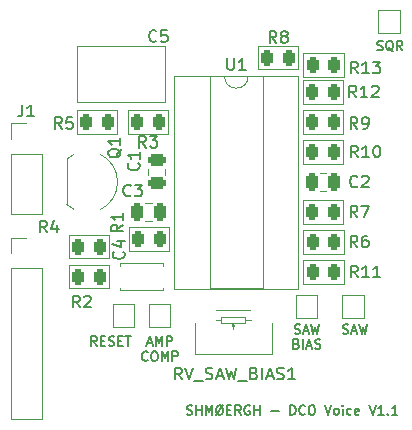
<source format=gto>
G04 #@! TF.GenerationSoftware,KiCad,Pcbnew,7.0.6-0*
G04 #@! TF.CreationDate,2023-08-18T21:45:25+02:00*
G04 #@! TF.ProjectId,shmoergh-funk-live-voice,73686d6f-6572-4676-982d-66756e6b2d6c,rev?*
G04 #@! TF.SameCoordinates,Original*
G04 #@! TF.FileFunction,Legend,Top*
G04 #@! TF.FilePolarity,Positive*
%FSLAX46Y46*%
G04 Gerber Fmt 4.6, Leading zero omitted, Abs format (unit mm)*
G04 Created by KiCad (PCBNEW 7.0.6-0) date 2023-08-18 21:45:25*
%MOMM*%
%LPD*%
G01*
G04 APERTURE LIST*
G04 Aperture macros list*
%AMRoundRect*
0 Rectangle with rounded corners*
0 $1 Rounding radius*
0 $2 $3 $4 $5 $6 $7 $8 $9 X,Y pos of 4 corners*
0 Add a 4 corners polygon primitive as box body*
4,1,4,$2,$3,$4,$5,$6,$7,$8,$9,$2,$3,0*
0 Add four circle primitives for the rounded corners*
1,1,$1+$1,$2,$3*
1,1,$1+$1,$4,$5*
1,1,$1+$1,$6,$7*
1,1,$1+$1,$8,$9*
0 Add four rect primitives between the rounded corners*
20,1,$1+$1,$2,$3,$4,$5,0*
20,1,$1+$1,$4,$5,$6,$7,0*
20,1,$1+$1,$6,$7,$8,$9,0*
20,1,$1+$1,$8,$9,$2,$3,0*%
G04 Aperture macros list end*
%ADD10C,0.150000*%
%ADD11C,0.120000*%
%ADD12C,1.400000*%
%ADD13RoundRect,0.250000X-0.262500X-0.450000X0.262500X-0.450000X0.262500X0.450000X-0.262500X0.450000X0*%
%ADD14C,1.620000*%
%ADD15R,1.500000X1.500000*%
%ADD16C,1.500000*%
%ADD17RoundRect,0.250000X0.262500X0.450000X-0.262500X0.450000X-0.262500X-0.450000X0.262500X-0.450000X0*%
%ADD18RoundRect,0.250000X0.250000X0.475000X-0.250000X0.475000X-0.250000X-0.475000X0.250000X-0.475000X0*%
%ADD19C,1.600000*%
%ADD20R,2.400000X1.600000*%
%ADD21O,2.400000X1.600000*%
%ADD22R,1.700000X1.700000*%
%ADD23O,1.700000X1.700000*%
%ADD24RoundRect,0.250000X0.475000X-0.250000X0.475000X0.250000X-0.475000X0.250000X-0.475000X-0.250000X0*%
G04 APERTURE END LIST*
D10*
X137128380Y-110203723D02*
X137509333Y-110203723D01*
X137052190Y-110432295D02*
X137318857Y-109632295D01*
X137318857Y-109632295D02*
X137585523Y-110432295D01*
X137852190Y-110432295D02*
X137852190Y-109632295D01*
X137852190Y-109632295D02*
X138118856Y-110203723D01*
X138118856Y-110203723D02*
X138385523Y-109632295D01*
X138385523Y-109632295D02*
X138385523Y-110432295D01*
X138766476Y-110432295D02*
X138766476Y-109632295D01*
X138766476Y-109632295D02*
X139071238Y-109632295D01*
X139071238Y-109632295D02*
X139147428Y-109670390D01*
X139147428Y-109670390D02*
X139185523Y-109708485D01*
X139185523Y-109708485D02*
X139223619Y-109784676D01*
X139223619Y-109784676D02*
X139223619Y-109898961D01*
X139223619Y-109898961D02*
X139185523Y-109975152D01*
X139185523Y-109975152D02*
X139147428Y-110013247D01*
X139147428Y-110013247D02*
X139071238Y-110051342D01*
X139071238Y-110051342D02*
X138766476Y-110051342D01*
X137147429Y-111644104D02*
X137109333Y-111682200D01*
X137109333Y-111682200D02*
X136995048Y-111720295D01*
X136995048Y-111720295D02*
X136918857Y-111720295D01*
X136918857Y-111720295D02*
X136804571Y-111682200D01*
X136804571Y-111682200D02*
X136728381Y-111606009D01*
X136728381Y-111606009D02*
X136690286Y-111529819D01*
X136690286Y-111529819D02*
X136652190Y-111377438D01*
X136652190Y-111377438D02*
X136652190Y-111263152D01*
X136652190Y-111263152D02*
X136690286Y-111110771D01*
X136690286Y-111110771D02*
X136728381Y-111034580D01*
X136728381Y-111034580D02*
X136804571Y-110958390D01*
X136804571Y-110958390D02*
X136918857Y-110920295D01*
X136918857Y-110920295D02*
X136995048Y-110920295D01*
X136995048Y-110920295D02*
X137109333Y-110958390D01*
X137109333Y-110958390D02*
X137147429Y-110996485D01*
X137642667Y-110920295D02*
X137795048Y-110920295D01*
X137795048Y-110920295D02*
X137871238Y-110958390D01*
X137871238Y-110958390D02*
X137947429Y-111034580D01*
X137947429Y-111034580D02*
X137985524Y-111186961D01*
X137985524Y-111186961D02*
X137985524Y-111453628D01*
X137985524Y-111453628D02*
X137947429Y-111606009D01*
X137947429Y-111606009D02*
X137871238Y-111682200D01*
X137871238Y-111682200D02*
X137795048Y-111720295D01*
X137795048Y-111720295D02*
X137642667Y-111720295D01*
X137642667Y-111720295D02*
X137566476Y-111682200D01*
X137566476Y-111682200D02*
X137490286Y-111606009D01*
X137490286Y-111606009D02*
X137452190Y-111453628D01*
X137452190Y-111453628D02*
X137452190Y-111186961D01*
X137452190Y-111186961D02*
X137490286Y-111034580D01*
X137490286Y-111034580D02*
X137566476Y-110958390D01*
X137566476Y-110958390D02*
X137642667Y-110920295D01*
X138328381Y-111720295D02*
X138328381Y-110920295D01*
X138328381Y-110920295D02*
X138595047Y-111491723D01*
X138595047Y-111491723D02*
X138861714Y-110920295D01*
X138861714Y-110920295D02*
X138861714Y-111720295D01*
X139242667Y-111720295D02*
X139242667Y-110920295D01*
X139242667Y-110920295D02*
X139547429Y-110920295D01*
X139547429Y-110920295D02*
X139623619Y-110958390D01*
X139623619Y-110958390D02*
X139661714Y-110996485D01*
X139661714Y-110996485D02*
X139699810Y-111072676D01*
X139699810Y-111072676D02*
X139699810Y-111186961D01*
X139699810Y-111186961D02*
X139661714Y-111263152D01*
X139661714Y-111263152D02*
X139623619Y-111301247D01*
X139623619Y-111301247D02*
X139547429Y-111339342D01*
X139547429Y-111339342D02*
X139242667Y-111339342D01*
X132826303Y-110450295D02*
X132559636Y-110069342D01*
X132369160Y-110450295D02*
X132369160Y-109650295D01*
X132369160Y-109650295D02*
X132673922Y-109650295D01*
X132673922Y-109650295D02*
X132750112Y-109688390D01*
X132750112Y-109688390D02*
X132788207Y-109726485D01*
X132788207Y-109726485D02*
X132826303Y-109802676D01*
X132826303Y-109802676D02*
X132826303Y-109916961D01*
X132826303Y-109916961D02*
X132788207Y-109993152D01*
X132788207Y-109993152D02*
X132750112Y-110031247D01*
X132750112Y-110031247D02*
X132673922Y-110069342D01*
X132673922Y-110069342D02*
X132369160Y-110069342D01*
X133169160Y-110031247D02*
X133435826Y-110031247D01*
X133550112Y-110450295D02*
X133169160Y-110450295D01*
X133169160Y-110450295D02*
X133169160Y-109650295D01*
X133169160Y-109650295D02*
X133550112Y-109650295D01*
X133854874Y-110412200D02*
X133969160Y-110450295D01*
X133969160Y-110450295D02*
X134159636Y-110450295D01*
X134159636Y-110450295D02*
X134235827Y-110412200D01*
X134235827Y-110412200D02*
X134273922Y-110374104D01*
X134273922Y-110374104D02*
X134312017Y-110297914D01*
X134312017Y-110297914D02*
X134312017Y-110221723D01*
X134312017Y-110221723D02*
X134273922Y-110145533D01*
X134273922Y-110145533D02*
X134235827Y-110107438D01*
X134235827Y-110107438D02*
X134159636Y-110069342D01*
X134159636Y-110069342D02*
X134007255Y-110031247D01*
X134007255Y-110031247D02*
X133931065Y-109993152D01*
X133931065Y-109993152D02*
X133892970Y-109955057D01*
X133892970Y-109955057D02*
X133854874Y-109878866D01*
X133854874Y-109878866D02*
X133854874Y-109802676D01*
X133854874Y-109802676D02*
X133892970Y-109726485D01*
X133892970Y-109726485D02*
X133931065Y-109688390D01*
X133931065Y-109688390D02*
X134007255Y-109650295D01*
X134007255Y-109650295D02*
X134197732Y-109650295D01*
X134197732Y-109650295D02*
X134312017Y-109688390D01*
X134654875Y-110031247D02*
X134921541Y-110031247D01*
X135035827Y-110450295D02*
X134654875Y-110450295D01*
X134654875Y-110450295D02*
X134654875Y-109650295D01*
X134654875Y-109650295D02*
X135035827Y-109650295D01*
X135264399Y-109650295D02*
X135721542Y-109650295D01*
X135492970Y-110450295D02*
X135492970Y-109650295D01*
X149593428Y-109378200D02*
X149707714Y-109416295D01*
X149707714Y-109416295D02*
X149898190Y-109416295D01*
X149898190Y-109416295D02*
X149974381Y-109378200D01*
X149974381Y-109378200D02*
X150012476Y-109340104D01*
X150012476Y-109340104D02*
X150050571Y-109263914D01*
X150050571Y-109263914D02*
X150050571Y-109187723D01*
X150050571Y-109187723D02*
X150012476Y-109111533D01*
X150012476Y-109111533D02*
X149974381Y-109073438D01*
X149974381Y-109073438D02*
X149898190Y-109035342D01*
X149898190Y-109035342D02*
X149745809Y-108997247D01*
X149745809Y-108997247D02*
X149669619Y-108959152D01*
X149669619Y-108959152D02*
X149631524Y-108921057D01*
X149631524Y-108921057D02*
X149593428Y-108844866D01*
X149593428Y-108844866D02*
X149593428Y-108768676D01*
X149593428Y-108768676D02*
X149631524Y-108692485D01*
X149631524Y-108692485D02*
X149669619Y-108654390D01*
X149669619Y-108654390D02*
X149745809Y-108616295D01*
X149745809Y-108616295D02*
X149936286Y-108616295D01*
X149936286Y-108616295D02*
X150050571Y-108654390D01*
X150355333Y-109187723D02*
X150736286Y-109187723D01*
X150279143Y-109416295D02*
X150545810Y-108616295D01*
X150545810Y-108616295D02*
X150812476Y-109416295D01*
X151002952Y-108616295D02*
X151193428Y-109416295D01*
X151193428Y-109416295D02*
X151345809Y-108844866D01*
X151345809Y-108844866D02*
X151498190Y-109416295D01*
X151498190Y-109416295D02*
X151688667Y-108616295D01*
X149764857Y-110285247D02*
X149879143Y-110323342D01*
X149879143Y-110323342D02*
X149917238Y-110361438D01*
X149917238Y-110361438D02*
X149955334Y-110437628D01*
X149955334Y-110437628D02*
X149955334Y-110551914D01*
X149955334Y-110551914D02*
X149917238Y-110628104D01*
X149917238Y-110628104D02*
X149879143Y-110666200D01*
X149879143Y-110666200D02*
X149802953Y-110704295D01*
X149802953Y-110704295D02*
X149498191Y-110704295D01*
X149498191Y-110704295D02*
X149498191Y-109904295D01*
X149498191Y-109904295D02*
X149764857Y-109904295D01*
X149764857Y-109904295D02*
X149841048Y-109942390D01*
X149841048Y-109942390D02*
X149879143Y-109980485D01*
X149879143Y-109980485D02*
X149917238Y-110056676D01*
X149917238Y-110056676D02*
X149917238Y-110132866D01*
X149917238Y-110132866D02*
X149879143Y-110209057D01*
X149879143Y-110209057D02*
X149841048Y-110247152D01*
X149841048Y-110247152D02*
X149764857Y-110285247D01*
X149764857Y-110285247D02*
X149498191Y-110285247D01*
X150298191Y-110704295D02*
X150298191Y-109904295D01*
X150641047Y-110475723D02*
X151022000Y-110475723D01*
X150564857Y-110704295D02*
X150831524Y-109904295D01*
X150831524Y-109904295D02*
X151098190Y-110704295D01*
X151326761Y-110666200D02*
X151441047Y-110704295D01*
X151441047Y-110704295D02*
X151631523Y-110704295D01*
X151631523Y-110704295D02*
X151707714Y-110666200D01*
X151707714Y-110666200D02*
X151745809Y-110628104D01*
X151745809Y-110628104D02*
X151783904Y-110551914D01*
X151783904Y-110551914D02*
X151783904Y-110475723D01*
X151783904Y-110475723D02*
X151745809Y-110399533D01*
X151745809Y-110399533D02*
X151707714Y-110361438D01*
X151707714Y-110361438D02*
X151631523Y-110323342D01*
X151631523Y-110323342D02*
X151479142Y-110285247D01*
X151479142Y-110285247D02*
X151402952Y-110247152D01*
X151402952Y-110247152D02*
X151364857Y-110209057D01*
X151364857Y-110209057D02*
X151326761Y-110132866D01*
X151326761Y-110132866D02*
X151326761Y-110056676D01*
X151326761Y-110056676D02*
X151364857Y-109980485D01*
X151364857Y-109980485D02*
X151402952Y-109942390D01*
X151402952Y-109942390D02*
X151479142Y-109904295D01*
X151479142Y-109904295D02*
X151669619Y-109904295D01*
X151669619Y-109904295D02*
X151783904Y-109942390D01*
X153667064Y-109396200D02*
X153781350Y-109434295D01*
X153781350Y-109434295D02*
X153971826Y-109434295D01*
X153971826Y-109434295D02*
X154048017Y-109396200D01*
X154048017Y-109396200D02*
X154086112Y-109358104D01*
X154086112Y-109358104D02*
X154124207Y-109281914D01*
X154124207Y-109281914D02*
X154124207Y-109205723D01*
X154124207Y-109205723D02*
X154086112Y-109129533D01*
X154086112Y-109129533D02*
X154048017Y-109091438D01*
X154048017Y-109091438D02*
X153971826Y-109053342D01*
X153971826Y-109053342D02*
X153819445Y-109015247D01*
X153819445Y-109015247D02*
X153743255Y-108977152D01*
X153743255Y-108977152D02*
X153705160Y-108939057D01*
X153705160Y-108939057D02*
X153667064Y-108862866D01*
X153667064Y-108862866D02*
X153667064Y-108786676D01*
X153667064Y-108786676D02*
X153705160Y-108710485D01*
X153705160Y-108710485D02*
X153743255Y-108672390D01*
X153743255Y-108672390D02*
X153819445Y-108634295D01*
X153819445Y-108634295D02*
X154009922Y-108634295D01*
X154009922Y-108634295D02*
X154124207Y-108672390D01*
X154428969Y-109205723D02*
X154809922Y-109205723D01*
X154352779Y-109434295D02*
X154619446Y-108634295D01*
X154619446Y-108634295D02*
X154886112Y-109434295D01*
X155076588Y-108634295D02*
X155267064Y-109434295D01*
X155267064Y-109434295D02*
X155419445Y-108862866D01*
X155419445Y-108862866D02*
X155571826Y-109434295D01*
X155571826Y-109434295D02*
X155762303Y-108634295D01*
X156588064Y-85393200D02*
X156702350Y-85431295D01*
X156702350Y-85431295D02*
X156892826Y-85431295D01*
X156892826Y-85431295D02*
X156969017Y-85393200D01*
X156969017Y-85393200D02*
X157007112Y-85355104D01*
X157007112Y-85355104D02*
X157045207Y-85278914D01*
X157045207Y-85278914D02*
X157045207Y-85202723D01*
X157045207Y-85202723D02*
X157007112Y-85126533D01*
X157007112Y-85126533D02*
X156969017Y-85088438D01*
X156969017Y-85088438D02*
X156892826Y-85050342D01*
X156892826Y-85050342D02*
X156740445Y-85012247D01*
X156740445Y-85012247D02*
X156664255Y-84974152D01*
X156664255Y-84974152D02*
X156626160Y-84936057D01*
X156626160Y-84936057D02*
X156588064Y-84859866D01*
X156588064Y-84859866D02*
X156588064Y-84783676D01*
X156588064Y-84783676D02*
X156626160Y-84707485D01*
X156626160Y-84707485D02*
X156664255Y-84669390D01*
X156664255Y-84669390D02*
X156740445Y-84631295D01*
X156740445Y-84631295D02*
X156930922Y-84631295D01*
X156930922Y-84631295D02*
X157045207Y-84669390D01*
X157921398Y-85507485D02*
X157845208Y-85469390D01*
X157845208Y-85469390D02*
X157769017Y-85393200D01*
X157769017Y-85393200D02*
X157654731Y-85278914D01*
X157654731Y-85278914D02*
X157578541Y-85240819D01*
X157578541Y-85240819D02*
X157502350Y-85240819D01*
X157540446Y-85431295D02*
X157464255Y-85393200D01*
X157464255Y-85393200D02*
X157388065Y-85317009D01*
X157388065Y-85317009D02*
X157349969Y-85164628D01*
X157349969Y-85164628D02*
X157349969Y-84897961D01*
X157349969Y-84897961D02*
X157388065Y-84745580D01*
X157388065Y-84745580D02*
X157464255Y-84669390D01*
X157464255Y-84669390D02*
X157540446Y-84631295D01*
X157540446Y-84631295D02*
X157692827Y-84631295D01*
X157692827Y-84631295D02*
X157769017Y-84669390D01*
X157769017Y-84669390D02*
X157845208Y-84745580D01*
X157845208Y-84745580D02*
X157883303Y-84897961D01*
X157883303Y-84897961D02*
X157883303Y-85164628D01*
X157883303Y-85164628D02*
X157845208Y-85317009D01*
X157845208Y-85317009D02*
X157769017Y-85393200D01*
X157769017Y-85393200D02*
X157692827Y-85431295D01*
X157692827Y-85431295D02*
X157540446Y-85431295D01*
X158683303Y-85431295D02*
X158416636Y-85050342D01*
X158226160Y-85431295D02*
X158226160Y-84631295D01*
X158226160Y-84631295D02*
X158530922Y-84631295D01*
X158530922Y-84631295D02*
X158607112Y-84669390D01*
X158607112Y-84669390D02*
X158645207Y-84707485D01*
X158645207Y-84707485D02*
X158683303Y-84783676D01*
X158683303Y-84783676D02*
X158683303Y-84897961D01*
X158683303Y-84897961D02*
X158645207Y-84974152D01*
X158645207Y-84974152D02*
X158607112Y-85012247D01*
X158607112Y-85012247D02*
X158530922Y-85050342D01*
X158530922Y-85050342D02*
X158226160Y-85050342D01*
X140459064Y-116254200D02*
X140573350Y-116292295D01*
X140573350Y-116292295D02*
X140763826Y-116292295D01*
X140763826Y-116292295D02*
X140840017Y-116254200D01*
X140840017Y-116254200D02*
X140878112Y-116216104D01*
X140878112Y-116216104D02*
X140916207Y-116139914D01*
X140916207Y-116139914D02*
X140916207Y-116063723D01*
X140916207Y-116063723D02*
X140878112Y-115987533D01*
X140878112Y-115987533D02*
X140840017Y-115949438D01*
X140840017Y-115949438D02*
X140763826Y-115911342D01*
X140763826Y-115911342D02*
X140611445Y-115873247D01*
X140611445Y-115873247D02*
X140535255Y-115835152D01*
X140535255Y-115835152D02*
X140497160Y-115797057D01*
X140497160Y-115797057D02*
X140459064Y-115720866D01*
X140459064Y-115720866D02*
X140459064Y-115644676D01*
X140459064Y-115644676D02*
X140497160Y-115568485D01*
X140497160Y-115568485D02*
X140535255Y-115530390D01*
X140535255Y-115530390D02*
X140611445Y-115492295D01*
X140611445Y-115492295D02*
X140801922Y-115492295D01*
X140801922Y-115492295D02*
X140916207Y-115530390D01*
X141259065Y-116292295D02*
X141259065Y-115492295D01*
X141259065Y-115873247D02*
X141716208Y-115873247D01*
X141716208Y-116292295D02*
X141716208Y-115492295D01*
X142097160Y-116292295D02*
X142097160Y-115492295D01*
X142097160Y-115492295D02*
X142363826Y-116063723D01*
X142363826Y-116063723D02*
X142630493Y-115492295D01*
X142630493Y-115492295D02*
X142630493Y-116292295D01*
X143544779Y-115492295D02*
X142935255Y-116292295D01*
X143163827Y-116292295D02*
X143087636Y-116254200D01*
X143087636Y-116254200D02*
X143011446Y-116178009D01*
X143011446Y-116178009D02*
X142973350Y-116025628D01*
X142973350Y-116025628D02*
X142973350Y-115758961D01*
X142973350Y-115758961D02*
X143011446Y-115606580D01*
X143011446Y-115606580D02*
X143087636Y-115530390D01*
X143087636Y-115530390D02*
X143163827Y-115492295D01*
X143163827Y-115492295D02*
X143316208Y-115492295D01*
X143316208Y-115492295D02*
X143392398Y-115530390D01*
X143392398Y-115530390D02*
X143468589Y-115606580D01*
X143468589Y-115606580D02*
X143506684Y-115758961D01*
X143506684Y-115758961D02*
X143506684Y-116025628D01*
X143506684Y-116025628D02*
X143468589Y-116178009D01*
X143468589Y-116178009D02*
X143392398Y-116254200D01*
X143392398Y-116254200D02*
X143316208Y-116292295D01*
X143316208Y-116292295D02*
X143163827Y-116292295D01*
X143849541Y-115873247D02*
X144116207Y-115873247D01*
X144230493Y-116292295D02*
X143849541Y-116292295D01*
X143849541Y-116292295D02*
X143849541Y-115492295D01*
X143849541Y-115492295D02*
X144230493Y-115492295D01*
X145030494Y-116292295D02*
X144763827Y-115911342D01*
X144573351Y-116292295D02*
X144573351Y-115492295D01*
X144573351Y-115492295D02*
X144878113Y-115492295D01*
X144878113Y-115492295D02*
X144954303Y-115530390D01*
X144954303Y-115530390D02*
X144992398Y-115568485D01*
X144992398Y-115568485D02*
X145030494Y-115644676D01*
X145030494Y-115644676D02*
X145030494Y-115758961D01*
X145030494Y-115758961D02*
X144992398Y-115835152D01*
X144992398Y-115835152D02*
X144954303Y-115873247D01*
X144954303Y-115873247D02*
X144878113Y-115911342D01*
X144878113Y-115911342D02*
X144573351Y-115911342D01*
X145792398Y-115530390D02*
X145716208Y-115492295D01*
X145716208Y-115492295D02*
X145601922Y-115492295D01*
X145601922Y-115492295D02*
X145487636Y-115530390D01*
X145487636Y-115530390D02*
X145411446Y-115606580D01*
X145411446Y-115606580D02*
X145373351Y-115682771D01*
X145373351Y-115682771D02*
X145335255Y-115835152D01*
X145335255Y-115835152D02*
X145335255Y-115949438D01*
X145335255Y-115949438D02*
X145373351Y-116101819D01*
X145373351Y-116101819D02*
X145411446Y-116178009D01*
X145411446Y-116178009D02*
X145487636Y-116254200D01*
X145487636Y-116254200D02*
X145601922Y-116292295D01*
X145601922Y-116292295D02*
X145678113Y-116292295D01*
X145678113Y-116292295D02*
X145792398Y-116254200D01*
X145792398Y-116254200D02*
X145830494Y-116216104D01*
X145830494Y-116216104D02*
X145830494Y-115949438D01*
X145830494Y-115949438D02*
X145678113Y-115949438D01*
X146173351Y-116292295D02*
X146173351Y-115492295D01*
X146173351Y-115873247D02*
X146630494Y-115873247D01*
X146630494Y-116292295D02*
X146630494Y-115492295D01*
X147620970Y-115987533D02*
X148230494Y-115987533D01*
X149220970Y-116292295D02*
X149220970Y-115492295D01*
X149220970Y-115492295D02*
X149411446Y-115492295D01*
X149411446Y-115492295D02*
X149525732Y-115530390D01*
X149525732Y-115530390D02*
X149601922Y-115606580D01*
X149601922Y-115606580D02*
X149640017Y-115682771D01*
X149640017Y-115682771D02*
X149678113Y-115835152D01*
X149678113Y-115835152D02*
X149678113Y-115949438D01*
X149678113Y-115949438D02*
X149640017Y-116101819D01*
X149640017Y-116101819D02*
X149601922Y-116178009D01*
X149601922Y-116178009D02*
X149525732Y-116254200D01*
X149525732Y-116254200D02*
X149411446Y-116292295D01*
X149411446Y-116292295D02*
X149220970Y-116292295D01*
X150478113Y-116216104D02*
X150440017Y-116254200D01*
X150440017Y-116254200D02*
X150325732Y-116292295D01*
X150325732Y-116292295D02*
X150249541Y-116292295D01*
X150249541Y-116292295D02*
X150135255Y-116254200D01*
X150135255Y-116254200D02*
X150059065Y-116178009D01*
X150059065Y-116178009D02*
X150020970Y-116101819D01*
X150020970Y-116101819D02*
X149982874Y-115949438D01*
X149982874Y-115949438D02*
X149982874Y-115835152D01*
X149982874Y-115835152D02*
X150020970Y-115682771D01*
X150020970Y-115682771D02*
X150059065Y-115606580D01*
X150059065Y-115606580D02*
X150135255Y-115530390D01*
X150135255Y-115530390D02*
X150249541Y-115492295D01*
X150249541Y-115492295D02*
X150325732Y-115492295D01*
X150325732Y-115492295D02*
X150440017Y-115530390D01*
X150440017Y-115530390D02*
X150478113Y-115568485D01*
X150973351Y-115492295D02*
X151125732Y-115492295D01*
X151125732Y-115492295D02*
X151201922Y-115530390D01*
X151201922Y-115530390D02*
X151278113Y-115606580D01*
X151278113Y-115606580D02*
X151316208Y-115758961D01*
X151316208Y-115758961D02*
X151316208Y-116025628D01*
X151316208Y-116025628D02*
X151278113Y-116178009D01*
X151278113Y-116178009D02*
X151201922Y-116254200D01*
X151201922Y-116254200D02*
X151125732Y-116292295D01*
X151125732Y-116292295D02*
X150973351Y-116292295D01*
X150973351Y-116292295D02*
X150897160Y-116254200D01*
X150897160Y-116254200D02*
X150820970Y-116178009D01*
X150820970Y-116178009D02*
X150782874Y-116025628D01*
X150782874Y-116025628D02*
X150782874Y-115758961D01*
X150782874Y-115758961D02*
X150820970Y-115606580D01*
X150820970Y-115606580D02*
X150897160Y-115530390D01*
X150897160Y-115530390D02*
X150973351Y-115492295D01*
X152154303Y-115492295D02*
X152420970Y-116292295D01*
X152420970Y-116292295D02*
X152687636Y-115492295D01*
X153068588Y-116292295D02*
X152992398Y-116254200D01*
X152992398Y-116254200D02*
X152954303Y-116216104D01*
X152954303Y-116216104D02*
X152916207Y-116139914D01*
X152916207Y-116139914D02*
X152916207Y-115911342D01*
X152916207Y-115911342D02*
X152954303Y-115835152D01*
X152954303Y-115835152D02*
X152992398Y-115797057D01*
X152992398Y-115797057D02*
X153068588Y-115758961D01*
X153068588Y-115758961D02*
X153182874Y-115758961D01*
X153182874Y-115758961D02*
X153259065Y-115797057D01*
X153259065Y-115797057D02*
X153297160Y-115835152D01*
X153297160Y-115835152D02*
X153335255Y-115911342D01*
X153335255Y-115911342D02*
X153335255Y-116139914D01*
X153335255Y-116139914D02*
X153297160Y-116216104D01*
X153297160Y-116216104D02*
X153259065Y-116254200D01*
X153259065Y-116254200D02*
X153182874Y-116292295D01*
X153182874Y-116292295D02*
X153068588Y-116292295D01*
X153678113Y-116292295D02*
X153678113Y-115758961D01*
X153678113Y-115492295D02*
X153640017Y-115530390D01*
X153640017Y-115530390D02*
X153678113Y-115568485D01*
X153678113Y-115568485D02*
X153716208Y-115530390D01*
X153716208Y-115530390D02*
X153678113Y-115492295D01*
X153678113Y-115492295D02*
X153678113Y-115568485D01*
X154401922Y-116254200D02*
X154325731Y-116292295D01*
X154325731Y-116292295D02*
X154173350Y-116292295D01*
X154173350Y-116292295D02*
X154097160Y-116254200D01*
X154097160Y-116254200D02*
X154059065Y-116216104D01*
X154059065Y-116216104D02*
X154020969Y-116139914D01*
X154020969Y-116139914D02*
X154020969Y-115911342D01*
X154020969Y-115911342D02*
X154059065Y-115835152D01*
X154059065Y-115835152D02*
X154097160Y-115797057D01*
X154097160Y-115797057D02*
X154173350Y-115758961D01*
X154173350Y-115758961D02*
X154325731Y-115758961D01*
X154325731Y-115758961D02*
X154401922Y-115797057D01*
X155049541Y-116254200D02*
X154973350Y-116292295D01*
X154973350Y-116292295D02*
X154820969Y-116292295D01*
X154820969Y-116292295D02*
X154744779Y-116254200D01*
X154744779Y-116254200D02*
X154706683Y-116178009D01*
X154706683Y-116178009D02*
X154706683Y-115873247D01*
X154706683Y-115873247D02*
X154744779Y-115797057D01*
X154744779Y-115797057D02*
X154820969Y-115758961D01*
X154820969Y-115758961D02*
X154973350Y-115758961D01*
X154973350Y-115758961D02*
X155049541Y-115797057D01*
X155049541Y-115797057D02*
X155087636Y-115873247D01*
X155087636Y-115873247D02*
X155087636Y-115949438D01*
X155087636Y-115949438D02*
X154706683Y-116025628D01*
X155925731Y-115492295D02*
X156192398Y-116292295D01*
X156192398Y-116292295D02*
X156459064Y-115492295D01*
X157144778Y-116292295D02*
X156687635Y-116292295D01*
X156916207Y-116292295D02*
X156916207Y-115492295D01*
X156916207Y-115492295D02*
X156840016Y-115606580D01*
X156840016Y-115606580D02*
X156763826Y-115682771D01*
X156763826Y-115682771D02*
X156687635Y-115720866D01*
X157487636Y-116216104D02*
X157525731Y-116254200D01*
X157525731Y-116254200D02*
X157487636Y-116292295D01*
X157487636Y-116292295D02*
X157449540Y-116254200D01*
X157449540Y-116254200D02*
X157487636Y-116216104D01*
X157487636Y-116216104D02*
X157487636Y-116292295D01*
X158287635Y-116292295D02*
X157830492Y-116292295D01*
X158059064Y-116292295D02*
X158059064Y-115492295D01*
X158059064Y-115492295D02*
X157982873Y-115606580D01*
X157982873Y-115606580D02*
X157906683Y-115682771D01*
X157906683Y-115682771D02*
X157830492Y-115720866D01*
X154932142Y-94500819D02*
X154598809Y-94024628D01*
X154360714Y-94500819D02*
X154360714Y-93500819D01*
X154360714Y-93500819D02*
X154741666Y-93500819D01*
X154741666Y-93500819D02*
X154836904Y-93548438D01*
X154836904Y-93548438D02*
X154884523Y-93596057D01*
X154884523Y-93596057D02*
X154932142Y-93691295D01*
X154932142Y-93691295D02*
X154932142Y-93834152D01*
X154932142Y-93834152D02*
X154884523Y-93929390D01*
X154884523Y-93929390D02*
X154836904Y-93977009D01*
X154836904Y-93977009D02*
X154741666Y-94024628D01*
X154741666Y-94024628D02*
X154360714Y-94024628D01*
X155884523Y-94500819D02*
X155313095Y-94500819D01*
X155598809Y-94500819D02*
X155598809Y-93500819D01*
X155598809Y-93500819D02*
X155503571Y-93643676D01*
X155503571Y-93643676D02*
X155408333Y-93738914D01*
X155408333Y-93738914D02*
X155313095Y-93786533D01*
X156503571Y-93500819D02*
X156598809Y-93500819D01*
X156598809Y-93500819D02*
X156694047Y-93548438D01*
X156694047Y-93548438D02*
X156741666Y-93596057D01*
X156741666Y-93596057D02*
X156789285Y-93691295D01*
X156789285Y-93691295D02*
X156836904Y-93881771D01*
X156836904Y-93881771D02*
X156836904Y-94119866D01*
X156836904Y-94119866D02*
X156789285Y-94310342D01*
X156789285Y-94310342D02*
X156741666Y-94405580D01*
X156741666Y-94405580D02*
X156694047Y-94453200D01*
X156694047Y-94453200D02*
X156598809Y-94500819D01*
X156598809Y-94500819D02*
X156503571Y-94500819D01*
X156503571Y-94500819D02*
X156408333Y-94453200D01*
X156408333Y-94453200D02*
X156360714Y-94405580D01*
X156360714Y-94405580D02*
X156313095Y-94310342D01*
X156313095Y-94310342D02*
X156265476Y-94119866D01*
X156265476Y-94119866D02*
X156265476Y-93881771D01*
X156265476Y-93881771D02*
X156313095Y-93691295D01*
X156313095Y-93691295D02*
X156360714Y-93596057D01*
X156360714Y-93596057D02*
X156408333Y-93548438D01*
X156408333Y-93548438D02*
X156503571Y-93500819D01*
X140049809Y-113296819D02*
X139716476Y-112820628D01*
X139478381Y-113296819D02*
X139478381Y-112296819D01*
X139478381Y-112296819D02*
X139859333Y-112296819D01*
X139859333Y-112296819D02*
X139954571Y-112344438D01*
X139954571Y-112344438D02*
X140002190Y-112392057D01*
X140002190Y-112392057D02*
X140049809Y-112487295D01*
X140049809Y-112487295D02*
X140049809Y-112630152D01*
X140049809Y-112630152D02*
X140002190Y-112725390D01*
X140002190Y-112725390D02*
X139954571Y-112773009D01*
X139954571Y-112773009D02*
X139859333Y-112820628D01*
X139859333Y-112820628D02*
X139478381Y-112820628D01*
X140335524Y-112296819D02*
X140668857Y-113296819D01*
X140668857Y-113296819D02*
X141002190Y-112296819D01*
X141097429Y-113392057D02*
X141859333Y-113392057D01*
X142049810Y-113249200D02*
X142192667Y-113296819D01*
X142192667Y-113296819D02*
X142430762Y-113296819D01*
X142430762Y-113296819D02*
X142526000Y-113249200D01*
X142526000Y-113249200D02*
X142573619Y-113201580D01*
X142573619Y-113201580D02*
X142621238Y-113106342D01*
X142621238Y-113106342D02*
X142621238Y-113011104D01*
X142621238Y-113011104D02*
X142573619Y-112915866D01*
X142573619Y-112915866D02*
X142526000Y-112868247D01*
X142526000Y-112868247D02*
X142430762Y-112820628D01*
X142430762Y-112820628D02*
X142240286Y-112773009D01*
X142240286Y-112773009D02*
X142145048Y-112725390D01*
X142145048Y-112725390D02*
X142097429Y-112677771D01*
X142097429Y-112677771D02*
X142049810Y-112582533D01*
X142049810Y-112582533D02*
X142049810Y-112487295D01*
X142049810Y-112487295D02*
X142097429Y-112392057D01*
X142097429Y-112392057D02*
X142145048Y-112344438D01*
X142145048Y-112344438D02*
X142240286Y-112296819D01*
X142240286Y-112296819D02*
X142478381Y-112296819D01*
X142478381Y-112296819D02*
X142621238Y-112344438D01*
X143002191Y-113011104D02*
X143478381Y-113011104D01*
X142906953Y-113296819D02*
X143240286Y-112296819D01*
X143240286Y-112296819D02*
X143573619Y-113296819D01*
X143811715Y-112296819D02*
X144049810Y-113296819D01*
X144049810Y-113296819D02*
X144240286Y-112582533D01*
X144240286Y-112582533D02*
X144430762Y-113296819D01*
X144430762Y-113296819D02*
X144668858Y-112296819D01*
X144811715Y-113392057D02*
X145573619Y-113392057D01*
X146145048Y-112773009D02*
X146287905Y-112820628D01*
X146287905Y-112820628D02*
X146335524Y-112868247D01*
X146335524Y-112868247D02*
X146383143Y-112963485D01*
X146383143Y-112963485D02*
X146383143Y-113106342D01*
X146383143Y-113106342D02*
X146335524Y-113201580D01*
X146335524Y-113201580D02*
X146287905Y-113249200D01*
X146287905Y-113249200D02*
X146192667Y-113296819D01*
X146192667Y-113296819D02*
X145811715Y-113296819D01*
X145811715Y-113296819D02*
X145811715Y-112296819D01*
X145811715Y-112296819D02*
X146145048Y-112296819D01*
X146145048Y-112296819D02*
X146240286Y-112344438D01*
X146240286Y-112344438D02*
X146287905Y-112392057D01*
X146287905Y-112392057D02*
X146335524Y-112487295D01*
X146335524Y-112487295D02*
X146335524Y-112582533D01*
X146335524Y-112582533D02*
X146287905Y-112677771D01*
X146287905Y-112677771D02*
X146240286Y-112725390D01*
X146240286Y-112725390D02*
X146145048Y-112773009D01*
X146145048Y-112773009D02*
X145811715Y-112773009D01*
X146811715Y-113296819D02*
X146811715Y-112296819D01*
X147240286Y-113011104D02*
X147716476Y-113011104D01*
X147145048Y-113296819D02*
X147478381Y-112296819D01*
X147478381Y-112296819D02*
X147811714Y-113296819D01*
X148097429Y-113249200D02*
X148240286Y-113296819D01*
X148240286Y-113296819D02*
X148478381Y-113296819D01*
X148478381Y-113296819D02*
X148573619Y-113249200D01*
X148573619Y-113249200D02*
X148621238Y-113201580D01*
X148621238Y-113201580D02*
X148668857Y-113106342D01*
X148668857Y-113106342D02*
X148668857Y-113011104D01*
X148668857Y-113011104D02*
X148621238Y-112915866D01*
X148621238Y-112915866D02*
X148573619Y-112868247D01*
X148573619Y-112868247D02*
X148478381Y-112820628D01*
X148478381Y-112820628D02*
X148287905Y-112773009D01*
X148287905Y-112773009D02*
X148192667Y-112725390D01*
X148192667Y-112725390D02*
X148145048Y-112677771D01*
X148145048Y-112677771D02*
X148097429Y-112582533D01*
X148097429Y-112582533D02*
X148097429Y-112487295D01*
X148097429Y-112487295D02*
X148145048Y-112392057D01*
X148145048Y-112392057D02*
X148192667Y-112344438D01*
X148192667Y-112344438D02*
X148287905Y-112296819D01*
X148287905Y-112296819D02*
X148526000Y-112296819D01*
X148526000Y-112296819D02*
X148668857Y-112344438D01*
X149621238Y-113296819D02*
X149049810Y-113296819D01*
X149335524Y-113296819D02*
X149335524Y-112296819D01*
X149335524Y-112296819D02*
X149240286Y-112439676D01*
X149240286Y-112439676D02*
X149145048Y-112534914D01*
X149145048Y-112534914D02*
X149049810Y-112582533D01*
X134916057Y-93760238D02*
X134868438Y-93855476D01*
X134868438Y-93855476D02*
X134773200Y-93950714D01*
X134773200Y-93950714D02*
X134630342Y-94093571D01*
X134630342Y-94093571D02*
X134582723Y-94188809D01*
X134582723Y-94188809D02*
X134582723Y-94284047D01*
X134820819Y-94236428D02*
X134773200Y-94331666D01*
X134773200Y-94331666D02*
X134677961Y-94426904D01*
X134677961Y-94426904D02*
X134487485Y-94474523D01*
X134487485Y-94474523D02*
X134154152Y-94474523D01*
X134154152Y-94474523D02*
X133963676Y-94426904D01*
X133963676Y-94426904D02*
X133868438Y-94331666D01*
X133868438Y-94331666D02*
X133820819Y-94236428D01*
X133820819Y-94236428D02*
X133820819Y-94045952D01*
X133820819Y-94045952D02*
X133868438Y-93950714D01*
X133868438Y-93950714D02*
X133963676Y-93855476D01*
X133963676Y-93855476D02*
X134154152Y-93807857D01*
X134154152Y-93807857D02*
X134487485Y-93807857D01*
X134487485Y-93807857D02*
X134677961Y-93855476D01*
X134677961Y-93855476D02*
X134773200Y-93950714D01*
X134773200Y-93950714D02*
X134820819Y-94045952D01*
X134820819Y-94045952D02*
X134820819Y-94236428D01*
X134820819Y-92855476D02*
X134820819Y-93426904D01*
X134820819Y-93141190D02*
X133820819Y-93141190D01*
X133820819Y-93141190D02*
X133963676Y-93236428D01*
X133963676Y-93236428D02*
X134058914Y-93331666D01*
X134058914Y-93331666D02*
X134106533Y-93426904D01*
X154900333Y-102120819D02*
X154567000Y-101644628D01*
X154328905Y-102120819D02*
X154328905Y-101120819D01*
X154328905Y-101120819D02*
X154709857Y-101120819D01*
X154709857Y-101120819D02*
X154805095Y-101168438D01*
X154805095Y-101168438D02*
X154852714Y-101216057D01*
X154852714Y-101216057D02*
X154900333Y-101311295D01*
X154900333Y-101311295D02*
X154900333Y-101454152D01*
X154900333Y-101454152D02*
X154852714Y-101549390D01*
X154852714Y-101549390D02*
X154805095Y-101597009D01*
X154805095Y-101597009D02*
X154709857Y-101644628D01*
X154709857Y-101644628D02*
X154328905Y-101644628D01*
X155757476Y-101120819D02*
X155567000Y-101120819D01*
X155567000Y-101120819D02*
X155471762Y-101168438D01*
X155471762Y-101168438D02*
X155424143Y-101216057D01*
X155424143Y-101216057D02*
X155328905Y-101358914D01*
X155328905Y-101358914D02*
X155281286Y-101549390D01*
X155281286Y-101549390D02*
X155281286Y-101930342D01*
X155281286Y-101930342D02*
X155328905Y-102025580D01*
X155328905Y-102025580D02*
X155376524Y-102073200D01*
X155376524Y-102073200D02*
X155471762Y-102120819D01*
X155471762Y-102120819D02*
X155662238Y-102120819D01*
X155662238Y-102120819D02*
X155757476Y-102073200D01*
X155757476Y-102073200D02*
X155805095Y-102025580D01*
X155805095Y-102025580D02*
X155852714Y-101930342D01*
X155852714Y-101930342D02*
X155852714Y-101692247D01*
X155852714Y-101692247D02*
X155805095Y-101597009D01*
X155805095Y-101597009D02*
X155757476Y-101549390D01*
X155757476Y-101549390D02*
X155662238Y-101501771D01*
X155662238Y-101501771D02*
X155471762Y-101501771D01*
X155471762Y-101501771D02*
X155376524Y-101549390D01*
X155376524Y-101549390D02*
X155328905Y-101597009D01*
X155328905Y-101597009D02*
X155281286Y-101692247D01*
X154932142Y-87388819D02*
X154598809Y-86912628D01*
X154360714Y-87388819D02*
X154360714Y-86388819D01*
X154360714Y-86388819D02*
X154741666Y-86388819D01*
X154741666Y-86388819D02*
X154836904Y-86436438D01*
X154836904Y-86436438D02*
X154884523Y-86484057D01*
X154884523Y-86484057D02*
X154932142Y-86579295D01*
X154932142Y-86579295D02*
X154932142Y-86722152D01*
X154932142Y-86722152D02*
X154884523Y-86817390D01*
X154884523Y-86817390D02*
X154836904Y-86865009D01*
X154836904Y-86865009D02*
X154741666Y-86912628D01*
X154741666Y-86912628D02*
X154360714Y-86912628D01*
X155884523Y-87388819D02*
X155313095Y-87388819D01*
X155598809Y-87388819D02*
X155598809Y-86388819D01*
X155598809Y-86388819D02*
X155503571Y-86531676D01*
X155503571Y-86531676D02*
X155408333Y-86626914D01*
X155408333Y-86626914D02*
X155313095Y-86674533D01*
X156217857Y-86388819D02*
X156836904Y-86388819D01*
X156836904Y-86388819D02*
X156503571Y-86769771D01*
X156503571Y-86769771D02*
X156646428Y-86769771D01*
X156646428Y-86769771D02*
X156741666Y-86817390D01*
X156741666Y-86817390D02*
X156789285Y-86865009D01*
X156789285Y-86865009D02*
X156836904Y-86960247D01*
X156836904Y-86960247D02*
X156836904Y-87198342D01*
X156836904Y-87198342D02*
X156789285Y-87293580D01*
X156789285Y-87293580D02*
X156741666Y-87341200D01*
X156741666Y-87341200D02*
X156646428Y-87388819D01*
X156646428Y-87388819D02*
X156360714Y-87388819D01*
X156360714Y-87388819D02*
X156265476Y-87341200D01*
X156265476Y-87341200D02*
X156217857Y-87293580D01*
X154900333Y-96945580D02*
X154852714Y-96993200D01*
X154852714Y-96993200D02*
X154709857Y-97040819D01*
X154709857Y-97040819D02*
X154614619Y-97040819D01*
X154614619Y-97040819D02*
X154471762Y-96993200D01*
X154471762Y-96993200D02*
X154376524Y-96897961D01*
X154376524Y-96897961D02*
X154328905Y-96802723D01*
X154328905Y-96802723D02*
X154281286Y-96612247D01*
X154281286Y-96612247D02*
X154281286Y-96469390D01*
X154281286Y-96469390D02*
X154328905Y-96278914D01*
X154328905Y-96278914D02*
X154376524Y-96183676D01*
X154376524Y-96183676D02*
X154471762Y-96088438D01*
X154471762Y-96088438D02*
X154614619Y-96040819D01*
X154614619Y-96040819D02*
X154709857Y-96040819D01*
X154709857Y-96040819D02*
X154852714Y-96088438D01*
X154852714Y-96088438D02*
X154900333Y-96136057D01*
X155281286Y-96136057D02*
X155328905Y-96088438D01*
X155328905Y-96088438D02*
X155424143Y-96040819D01*
X155424143Y-96040819D02*
X155662238Y-96040819D01*
X155662238Y-96040819D02*
X155757476Y-96088438D01*
X155757476Y-96088438D02*
X155805095Y-96136057D01*
X155805095Y-96136057D02*
X155852714Y-96231295D01*
X155852714Y-96231295D02*
X155852714Y-96326533D01*
X155852714Y-96326533D02*
X155805095Y-96469390D01*
X155805095Y-96469390D02*
X155233667Y-97040819D01*
X155233667Y-97040819D02*
X155852714Y-97040819D01*
X154805142Y-89420819D02*
X154471809Y-88944628D01*
X154233714Y-89420819D02*
X154233714Y-88420819D01*
X154233714Y-88420819D02*
X154614666Y-88420819D01*
X154614666Y-88420819D02*
X154709904Y-88468438D01*
X154709904Y-88468438D02*
X154757523Y-88516057D01*
X154757523Y-88516057D02*
X154805142Y-88611295D01*
X154805142Y-88611295D02*
X154805142Y-88754152D01*
X154805142Y-88754152D02*
X154757523Y-88849390D01*
X154757523Y-88849390D02*
X154709904Y-88897009D01*
X154709904Y-88897009D02*
X154614666Y-88944628D01*
X154614666Y-88944628D02*
X154233714Y-88944628D01*
X155757523Y-89420819D02*
X155186095Y-89420819D01*
X155471809Y-89420819D02*
X155471809Y-88420819D01*
X155471809Y-88420819D02*
X155376571Y-88563676D01*
X155376571Y-88563676D02*
X155281333Y-88658914D01*
X155281333Y-88658914D02*
X155186095Y-88706533D01*
X156138476Y-88516057D02*
X156186095Y-88468438D01*
X156186095Y-88468438D02*
X156281333Y-88420819D01*
X156281333Y-88420819D02*
X156519428Y-88420819D01*
X156519428Y-88420819D02*
X156614666Y-88468438D01*
X156614666Y-88468438D02*
X156662285Y-88516057D01*
X156662285Y-88516057D02*
X156709904Y-88611295D01*
X156709904Y-88611295D02*
X156709904Y-88706533D01*
X156709904Y-88706533D02*
X156662285Y-88849390D01*
X156662285Y-88849390D02*
X156090857Y-89420819D01*
X156090857Y-89420819D02*
X156709904Y-89420819D01*
X135106580Y-102467666D02*
X135154200Y-102515285D01*
X135154200Y-102515285D02*
X135201819Y-102658142D01*
X135201819Y-102658142D02*
X135201819Y-102753380D01*
X135201819Y-102753380D02*
X135154200Y-102896237D01*
X135154200Y-102896237D02*
X135058961Y-102991475D01*
X135058961Y-102991475D02*
X134963723Y-103039094D01*
X134963723Y-103039094D02*
X134773247Y-103086713D01*
X134773247Y-103086713D02*
X134630390Y-103086713D01*
X134630390Y-103086713D02*
X134439914Y-103039094D01*
X134439914Y-103039094D02*
X134344676Y-102991475D01*
X134344676Y-102991475D02*
X134249438Y-102896237D01*
X134249438Y-102896237D02*
X134201819Y-102753380D01*
X134201819Y-102753380D02*
X134201819Y-102658142D01*
X134201819Y-102658142D02*
X134249438Y-102515285D01*
X134249438Y-102515285D02*
X134297057Y-102467666D01*
X134535152Y-101610523D02*
X135201819Y-101610523D01*
X134154200Y-101848618D02*
X134868485Y-102086713D01*
X134868485Y-102086713D02*
X134868485Y-101467666D01*
X135723333Y-97707580D02*
X135675714Y-97755200D01*
X135675714Y-97755200D02*
X135532857Y-97802819D01*
X135532857Y-97802819D02*
X135437619Y-97802819D01*
X135437619Y-97802819D02*
X135294762Y-97755200D01*
X135294762Y-97755200D02*
X135199524Y-97659961D01*
X135199524Y-97659961D02*
X135151905Y-97564723D01*
X135151905Y-97564723D02*
X135104286Y-97374247D01*
X135104286Y-97374247D02*
X135104286Y-97231390D01*
X135104286Y-97231390D02*
X135151905Y-97040914D01*
X135151905Y-97040914D02*
X135199524Y-96945676D01*
X135199524Y-96945676D02*
X135294762Y-96850438D01*
X135294762Y-96850438D02*
X135437619Y-96802819D01*
X135437619Y-96802819D02*
X135532857Y-96802819D01*
X135532857Y-96802819D02*
X135675714Y-96850438D01*
X135675714Y-96850438D02*
X135723333Y-96898057D01*
X136056667Y-96802819D02*
X136675714Y-96802819D01*
X136675714Y-96802819D02*
X136342381Y-97183771D01*
X136342381Y-97183771D02*
X136485238Y-97183771D01*
X136485238Y-97183771D02*
X136580476Y-97231390D01*
X136580476Y-97231390D02*
X136628095Y-97279009D01*
X136628095Y-97279009D02*
X136675714Y-97374247D01*
X136675714Y-97374247D02*
X136675714Y-97612342D01*
X136675714Y-97612342D02*
X136628095Y-97707580D01*
X136628095Y-97707580D02*
X136580476Y-97755200D01*
X136580476Y-97755200D02*
X136485238Y-97802819D01*
X136485238Y-97802819D02*
X136199524Y-97802819D01*
X136199524Y-97802819D02*
X136104286Y-97755200D01*
X136104286Y-97755200D02*
X136056667Y-97707580D01*
X137016833Y-93660819D02*
X136683500Y-93184628D01*
X136445405Y-93660819D02*
X136445405Y-92660819D01*
X136445405Y-92660819D02*
X136826357Y-92660819D01*
X136826357Y-92660819D02*
X136921595Y-92708438D01*
X136921595Y-92708438D02*
X136969214Y-92756057D01*
X136969214Y-92756057D02*
X137016833Y-92851295D01*
X137016833Y-92851295D02*
X137016833Y-92994152D01*
X137016833Y-92994152D02*
X136969214Y-93089390D01*
X136969214Y-93089390D02*
X136921595Y-93137009D01*
X136921595Y-93137009D02*
X136826357Y-93184628D01*
X136826357Y-93184628D02*
X136445405Y-93184628D01*
X137350167Y-92660819D02*
X137969214Y-92660819D01*
X137969214Y-92660819D02*
X137635881Y-93041771D01*
X137635881Y-93041771D02*
X137778738Y-93041771D01*
X137778738Y-93041771D02*
X137873976Y-93089390D01*
X137873976Y-93089390D02*
X137921595Y-93137009D01*
X137921595Y-93137009D02*
X137969214Y-93232247D01*
X137969214Y-93232247D02*
X137969214Y-93470342D01*
X137969214Y-93470342D02*
X137921595Y-93565580D01*
X137921595Y-93565580D02*
X137873976Y-93613200D01*
X137873976Y-93613200D02*
X137778738Y-93660819D01*
X137778738Y-93660819D02*
X137493024Y-93660819D01*
X137493024Y-93660819D02*
X137397786Y-93613200D01*
X137397786Y-93613200D02*
X137350167Y-93565580D01*
X135074819Y-100181666D02*
X134598628Y-100514999D01*
X135074819Y-100753094D02*
X134074819Y-100753094D01*
X134074819Y-100753094D02*
X134074819Y-100372142D01*
X134074819Y-100372142D02*
X134122438Y-100276904D01*
X134122438Y-100276904D02*
X134170057Y-100229285D01*
X134170057Y-100229285D02*
X134265295Y-100181666D01*
X134265295Y-100181666D02*
X134408152Y-100181666D01*
X134408152Y-100181666D02*
X134503390Y-100229285D01*
X134503390Y-100229285D02*
X134551009Y-100276904D01*
X134551009Y-100276904D02*
X134598628Y-100372142D01*
X134598628Y-100372142D02*
X134598628Y-100753094D01*
X135074819Y-99229285D02*
X135074819Y-99800713D01*
X135074819Y-99514999D02*
X134074819Y-99514999D01*
X134074819Y-99514999D02*
X134217676Y-99610237D01*
X134217676Y-99610237D02*
X134312914Y-99705475D01*
X134312914Y-99705475D02*
X134360533Y-99800713D01*
X137882333Y-84626580D02*
X137834714Y-84674200D01*
X137834714Y-84674200D02*
X137691857Y-84721819D01*
X137691857Y-84721819D02*
X137596619Y-84721819D01*
X137596619Y-84721819D02*
X137453762Y-84674200D01*
X137453762Y-84674200D02*
X137358524Y-84578961D01*
X137358524Y-84578961D02*
X137310905Y-84483723D01*
X137310905Y-84483723D02*
X137263286Y-84293247D01*
X137263286Y-84293247D02*
X137263286Y-84150390D01*
X137263286Y-84150390D02*
X137310905Y-83959914D01*
X137310905Y-83959914D02*
X137358524Y-83864676D01*
X137358524Y-83864676D02*
X137453762Y-83769438D01*
X137453762Y-83769438D02*
X137596619Y-83721819D01*
X137596619Y-83721819D02*
X137691857Y-83721819D01*
X137691857Y-83721819D02*
X137834714Y-83769438D01*
X137834714Y-83769438D02*
X137882333Y-83817057D01*
X138787095Y-83721819D02*
X138310905Y-83721819D01*
X138310905Y-83721819D02*
X138263286Y-84198009D01*
X138263286Y-84198009D02*
X138310905Y-84150390D01*
X138310905Y-84150390D02*
X138406143Y-84102771D01*
X138406143Y-84102771D02*
X138644238Y-84102771D01*
X138644238Y-84102771D02*
X138739476Y-84150390D01*
X138739476Y-84150390D02*
X138787095Y-84198009D01*
X138787095Y-84198009D02*
X138834714Y-84293247D01*
X138834714Y-84293247D02*
X138834714Y-84531342D01*
X138834714Y-84531342D02*
X138787095Y-84626580D01*
X138787095Y-84626580D02*
X138739476Y-84674200D01*
X138739476Y-84674200D02*
X138644238Y-84721819D01*
X138644238Y-84721819D02*
X138406143Y-84721819D01*
X138406143Y-84721819D02*
X138310905Y-84674200D01*
X138310905Y-84674200D02*
X138263286Y-84626580D01*
X129881333Y-92087819D02*
X129548000Y-91611628D01*
X129309905Y-92087819D02*
X129309905Y-91087819D01*
X129309905Y-91087819D02*
X129690857Y-91087819D01*
X129690857Y-91087819D02*
X129786095Y-91135438D01*
X129786095Y-91135438D02*
X129833714Y-91183057D01*
X129833714Y-91183057D02*
X129881333Y-91278295D01*
X129881333Y-91278295D02*
X129881333Y-91421152D01*
X129881333Y-91421152D02*
X129833714Y-91516390D01*
X129833714Y-91516390D02*
X129786095Y-91564009D01*
X129786095Y-91564009D02*
X129690857Y-91611628D01*
X129690857Y-91611628D02*
X129309905Y-91611628D01*
X130786095Y-91087819D02*
X130309905Y-91087819D01*
X130309905Y-91087819D02*
X130262286Y-91564009D01*
X130262286Y-91564009D02*
X130309905Y-91516390D01*
X130309905Y-91516390D02*
X130405143Y-91468771D01*
X130405143Y-91468771D02*
X130643238Y-91468771D01*
X130643238Y-91468771D02*
X130738476Y-91516390D01*
X130738476Y-91516390D02*
X130786095Y-91564009D01*
X130786095Y-91564009D02*
X130833714Y-91659247D01*
X130833714Y-91659247D02*
X130833714Y-91897342D01*
X130833714Y-91897342D02*
X130786095Y-91992580D01*
X130786095Y-91992580D02*
X130738476Y-92040200D01*
X130738476Y-92040200D02*
X130643238Y-92087819D01*
X130643238Y-92087819D02*
X130405143Y-92087819D01*
X130405143Y-92087819D02*
X130309905Y-92040200D01*
X130309905Y-92040200D02*
X130262286Y-91992580D01*
X131405333Y-107200819D02*
X131072000Y-106724628D01*
X130833905Y-107200819D02*
X130833905Y-106200819D01*
X130833905Y-106200819D02*
X131214857Y-106200819D01*
X131214857Y-106200819D02*
X131310095Y-106248438D01*
X131310095Y-106248438D02*
X131357714Y-106296057D01*
X131357714Y-106296057D02*
X131405333Y-106391295D01*
X131405333Y-106391295D02*
X131405333Y-106534152D01*
X131405333Y-106534152D02*
X131357714Y-106629390D01*
X131357714Y-106629390D02*
X131310095Y-106677009D01*
X131310095Y-106677009D02*
X131214857Y-106724628D01*
X131214857Y-106724628D02*
X130833905Y-106724628D01*
X131786286Y-106296057D02*
X131833905Y-106248438D01*
X131833905Y-106248438D02*
X131929143Y-106200819D01*
X131929143Y-106200819D02*
X132167238Y-106200819D01*
X132167238Y-106200819D02*
X132262476Y-106248438D01*
X132262476Y-106248438D02*
X132310095Y-106296057D01*
X132310095Y-106296057D02*
X132357714Y-106391295D01*
X132357714Y-106391295D02*
X132357714Y-106486533D01*
X132357714Y-106486533D02*
X132310095Y-106629390D01*
X132310095Y-106629390D02*
X131738667Y-107200819D01*
X131738667Y-107200819D02*
X132357714Y-107200819D01*
X148042333Y-84799819D02*
X147709000Y-84323628D01*
X147470905Y-84799819D02*
X147470905Y-83799819D01*
X147470905Y-83799819D02*
X147851857Y-83799819D01*
X147851857Y-83799819D02*
X147947095Y-83847438D01*
X147947095Y-83847438D02*
X147994714Y-83895057D01*
X147994714Y-83895057D02*
X148042333Y-83990295D01*
X148042333Y-83990295D02*
X148042333Y-84133152D01*
X148042333Y-84133152D02*
X147994714Y-84228390D01*
X147994714Y-84228390D02*
X147947095Y-84276009D01*
X147947095Y-84276009D02*
X147851857Y-84323628D01*
X147851857Y-84323628D02*
X147470905Y-84323628D01*
X148613762Y-84228390D02*
X148518524Y-84180771D01*
X148518524Y-84180771D02*
X148470905Y-84133152D01*
X148470905Y-84133152D02*
X148423286Y-84037914D01*
X148423286Y-84037914D02*
X148423286Y-83990295D01*
X148423286Y-83990295D02*
X148470905Y-83895057D01*
X148470905Y-83895057D02*
X148518524Y-83847438D01*
X148518524Y-83847438D02*
X148613762Y-83799819D01*
X148613762Y-83799819D02*
X148804238Y-83799819D01*
X148804238Y-83799819D02*
X148899476Y-83847438D01*
X148899476Y-83847438D02*
X148947095Y-83895057D01*
X148947095Y-83895057D02*
X148994714Y-83990295D01*
X148994714Y-83990295D02*
X148994714Y-84037914D01*
X148994714Y-84037914D02*
X148947095Y-84133152D01*
X148947095Y-84133152D02*
X148899476Y-84180771D01*
X148899476Y-84180771D02*
X148804238Y-84228390D01*
X148804238Y-84228390D02*
X148613762Y-84228390D01*
X148613762Y-84228390D02*
X148518524Y-84276009D01*
X148518524Y-84276009D02*
X148470905Y-84323628D01*
X148470905Y-84323628D02*
X148423286Y-84418866D01*
X148423286Y-84418866D02*
X148423286Y-84609342D01*
X148423286Y-84609342D02*
X148470905Y-84704580D01*
X148470905Y-84704580D02*
X148518524Y-84752200D01*
X148518524Y-84752200D02*
X148613762Y-84799819D01*
X148613762Y-84799819D02*
X148804238Y-84799819D01*
X148804238Y-84799819D02*
X148899476Y-84752200D01*
X148899476Y-84752200D02*
X148947095Y-84704580D01*
X148947095Y-84704580D02*
X148994714Y-84609342D01*
X148994714Y-84609342D02*
X148994714Y-84418866D01*
X148994714Y-84418866D02*
X148947095Y-84323628D01*
X148947095Y-84323628D02*
X148899476Y-84276009D01*
X148899476Y-84276009D02*
X148804238Y-84228390D01*
X154900333Y-99580819D02*
X154567000Y-99104628D01*
X154328905Y-99580819D02*
X154328905Y-98580819D01*
X154328905Y-98580819D02*
X154709857Y-98580819D01*
X154709857Y-98580819D02*
X154805095Y-98628438D01*
X154805095Y-98628438D02*
X154852714Y-98676057D01*
X154852714Y-98676057D02*
X154900333Y-98771295D01*
X154900333Y-98771295D02*
X154900333Y-98914152D01*
X154900333Y-98914152D02*
X154852714Y-99009390D01*
X154852714Y-99009390D02*
X154805095Y-99057009D01*
X154805095Y-99057009D02*
X154709857Y-99104628D01*
X154709857Y-99104628D02*
X154328905Y-99104628D01*
X155233667Y-98580819D02*
X155900333Y-98580819D01*
X155900333Y-98580819D02*
X155471762Y-99580819D01*
X143891095Y-86090819D02*
X143891095Y-86900342D01*
X143891095Y-86900342D02*
X143938714Y-86995580D01*
X143938714Y-86995580D02*
X143986333Y-87043200D01*
X143986333Y-87043200D02*
X144081571Y-87090819D01*
X144081571Y-87090819D02*
X144272047Y-87090819D01*
X144272047Y-87090819D02*
X144367285Y-87043200D01*
X144367285Y-87043200D02*
X144414904Y-86995580D01*
X144414904Y-86995580D02*
X144462523Y-86900342D01*
X144462523Y-86900342D02*
X144462523Y-86090819D01*
X145462523Y-87090819D02*
X144891095Y-87090819D01*
X145176809Y-87090819D02*
X145176809Y-86090819D01*
X145176809Y-86090819D02*
X145081571Y-86233676D01*
X145081571Y-86233676D02*
X144986333Y-86328914D01*
X144986333Y-86328914D02*
X144891095Y-86376533D01*
X128611333Y-100850819D02*
X128278000Y-100374628D01*
X128039905Y-100850819D02*
X128039905Y-99850819D01*
X128039905Y-99850819D02*
X128420857Y-99850819D01*
X128420857Y-99850819D02*
X128516095Y-99898438D01*
X128516095Y-99898438D02*
X128563714Y-99946057D01*
X128563714Y-99946057D02*
X128611333Y-100041295D01*
X128611333Y-100041295D02*
X128611333Y-100184152D01*
X128611333Y-100184152D02*
X128563714Y-100279390D01*
X128563714Y-100279390D02*
X128516095Y-100327009D01*
X128516095Y-100327009D02*
X128420857Y-100374628D01*
X128420857Y-100374628D02*
X128039905Y-100374628D01*
X129468476Y-100184152D02*
X129468476Y-100850819D01*
X129230381Y-99803200D02*
X128992286Y-100517485D01*
X128992286Y-100517485D02*
X129611333Y-100517485D01*
X136376580Y-94974666D02*
X136424200Y-95022285D01*
X136424200Y-95022285D02*
X136471819Y-95165142D01*
X136471819Y-95165142D02*
X136471819Y-95260380D01*
X136471819Y-95260380D02*
X136424200Y-95403237D01*
X136424200Y-95403237D02*
X136328961Y-95498475D01*
X136328961Y-95498475D02*
X136233723Y-95546094D01*
X136233723Y-95546094D02*
X136043247Y-95593713D01*
X136043247Y-95593713D02*
X135900390Y-95593713D01*
X135900390Y-95593713D02*
X135709914Y-95546094D01*
X135709914Y-95546094D02*
X135614676Y-95498475D01*
X135614676Y-95498475D02*
X135519438Y-95403237D01*
X135519438Y-95403237D02*
X135471819Y-95260380D01*
X135471819Y-95260380D02*
X135471819Y-95165142D01*
X135471819Y-95165142D02*
X135519438Y-95022285D01*
X135519438Y-95022285D02*
X135567057Y-94974666D01*
X136471819Y-94022285D02*
X136471819Y-94593713D01*
X136471819Y-94307999D02*
X135471819Y-94307999D01*
X135471819Y-94307999D02*
X135614676Y-94403237D01*
X135614676Y-94403237D02*
X135709914Y-94498475D01*
X135709914Y-94498475D02*
X135757533Y-94593713D01*
X154900333Y-92087819D02*
X154567000Y-91611628D01*
X154328905Y-92087819D02*
X154328905Y-91087819D01*
X154328905Y-91087819D02*
X154709857Y-91087819D01*
X154709857Y-91087819D02*
X154805095Y-91135438D01*
X154805095Y-91135438D02*
X154852714Y-91183057D01*
X154852714Y-91183057D02*
X154900333Y-91278295D01*
X154900333Y-91278295D02*
X154900333Y-91421152D01*
X154900333Y-91421152D02*
X154852714Y-91516390D01*
X154852714Y-91516390D02*
X154805095Y-91564009D01*
X154805095Y-91564009D02*
X154709857Y-91611628D01*
X154709857Y-91611628D02*
X154328905Y-91611628D01*
X155376524Y-92087819D02*
X155567000Y-92087819D01*
X155567000Y-92087819D02*
X155662238Y-92040200D01*
X155662238Y-92040200D02*
X155709857Y-91992580D01*
X155709857Y-91992580D02*
X155805095Y-91849723D01*
X155805095Y-91849723D02*
X155852714Y-91659247D01*
X155852714Y-91659247D02*
X155852714Y-91278295D01*
X155852714Y-91278295D02*
X155805095Y-91183057D01*
X155805095Y-91183057D02*
X155757476Y-91135438D01*
X155757476Y-91135438D02*
X155662238Y-91087819D01*
X155662238Y-91087819D02*
X155471762Y-91087819D01*
X155471762Y-91087819D02*
X155376524Y-91135438D01*
X155376524Y-91135438D02*
X155328905Y-91183057D01*
X155328905Y-91183057D02*
X155281286Y-91278295D01*
X155281286Y-91278295D02*
X155281286Y-91516390D01*
X155281286Y-91516390D02*
X155328905Y-91611628D01*
X155328905Y-91611628D02*
X155376524Y-91659247D01*
X155376524Y-91659247D02*
X155471762Y-91706866D01*
X155471762Y-91706866D02*
X155662238Y-91706866D01*
X155662238Y-91706866D02*
X155757476Y-91659247D01*
X155757476Y-91659247D02*
X155805095Y-91611628D01*
X155805095Y-91611628D02*
X155852714Y-91516390D01*
X154932142Y-104660819D02*
X154598809Y-104184628D01*
X154360714Y-104660819D02*
X154360714Y-103660819D01*
X154360714Y-103660819D02*
X154741666Y-103660819D01*
X154741666Y-103660819D02*
X154836904Y-103708438D01*
X154836904Y-103708438D02*
X154884523Y-103756057D01*
X154884523Y-103756057D02*
X154932142Y-103851295D01*
X154932142Y-103851295D02*
X154932142Y-103994152D01*
X154932142Y-103994152D02*
X154884523Y-104089390D01*
X154884523Y-104089390D02*
X154836904Y-104137009D01*
X154836904Y-104137009D02*
X154741666Y-104184628D01*
X154741666Y-104184628D02*
X154360714Y-104184628D01*
X155884523Y-104660819D02*
X155313095Y-104660819D01*
X155598809Y-104660819D02*
X155598809Y-103660819D01*
X155598809Y-103660819D02*
X155503571Y-103803676D01*
X155503571Y-103803676D02*
X155408333Y-103898914D01*
X155408333Y-103898914D02*
X155313095Y-103946533D01*
X156836904Y-104660819D02*
X156265476Y-104660819D01*
X156551190Y-104660819D02*
X156551190Y-103660819D01*
X156551190Y-103660819D02*
X156455952Y-103803676D01*
X156455952Y-103803676D02*
X156360714Y-103898914D01*
X156360714Y-103898914D02*
X156265476Y-103946533D01*
X126539666Y-90028855D02*
X126539666Y-90743140D01*
X126539666Y-90743140D02*
X126492047Y-90885997D01*
X126492047Y-90885997D02*
X126396809Y-90981236D01*
X126396809Y-90981236D02*
X126253952Y-91028855D01*
X126253952Y-91028855D02*
X126158714Y-91028855D01*
X127539666Y-91028855D02*
X126968238Y-91028855D01*
X127253952Y-91028855D02*
X127253952Y-90028855D01*
X127253952Y-90028855D02*
X127158714Y-90171712D01*
X127158714Y-90171712D02*
X127063476Y-90266950D01*
X127063476Y-90266950D02*
X126968238Y-90314569D01*
D11*
X158507000Y-82097000D02*
X158507000Y-82047000D01*
X158507000Y-82047000D02*
X156657000Y-82047000D01*
X158507000Y-83947000D02*
X158507000Y-82097000D01*
X156657000Y-83947000D02*
X158507000Y-83947000D01*
X156657000Y-82047000D02*
X156657000Y-83947000D01*
X155459000Y-106227000D02*
X155459000Y-106177000D01*
X155459000Y-106177000D02*
X153609000Y-106177000D01*
X155459000Y-108077000D02*
X155459000Y-106227000D01*
X153609000Y-108077000D02*
X155459000Y-108077000D01*
X153609000Y-106177000D02*
X153609000Y-108077000D01*
X149672000Y-106177000D02*
X149672000Y-108077000D01*
X149672000Y-108077000D02*
X151522000Y-108077000D01*
X151522000Y-108077000D02*
X151522000Y-106227000D01*
X151522000Y-106177000D02*
X149672000Y-106177000D01*
X151522000Y-106227000D02*
X151522000Y-106177000D01*
X136028000Y-106989000D02*
X136028000Y-106939000D01*
X136028000Y-106939000D02*
X134178000Y-106939000D01*
X136028000Y-108839000D02*
X136028000Y-106989000D01*
X134178000Y-108839000D02*
X136028000Y-108839000D01*
X134178000Y-106939000D02*
X134178000Y-108839000D01*
X139076000Y-106989000D02*
X139076000Y-106939000D01*
X139076000Y-106939000D02*
X137226000Y-106939000D01*
X139076000Y-108839000D02*
X139076000Y-106989000D01*
X137226000Y-108839000D02*
X139076000Y-108839000D01*
X137226000Y-106939000D02*
X137226000Y-108839000D01*
X150295500Y-93046000D02*
X150295500Y-95046000D01*
X150295500Y-95046000D02*
X153695500Y-95046000D01*
X153695500Y-93046000D02*
X150295500Y-93046000D01*
X153695500Y-95046000D02*
X153695500Y-93046000D01*
X145833000Y-107427000D02*
X142964000Y-107427000D01*
X145519000Y-107427000D02*
X143279000Y-107427000D01*
X145399000Y-108298000D02*
X145899000Y-108298000D01*
X143399000Y-108298000D02*
X142899000Y-108298000D01*
X147669000Y-108473000D02*
X147669000Y-111168000D01*
X141129000Y-108473000D02*
X141129000Y-111168000D01*
X144399000Y-109048000D02*
X144399000Y-108548000D01*
X147669000Y-111168000D02*
X141129000Y-111168000D01*
X145519000Y-111168000D02*
X143279000Y-111168000D01*
X145399000Y-108048000D02*
X143399000Y-108048000D01*
X143399000Y-108048000D02*
X143399000Y-108548000D01*
X143399000Y-108548000D02*
X145399000Y-108548000D01*
X145399000Y-108548000D02*
X145399000Y-108048000D01*
X144499000Y-108748000D02*
X144299000Y-108748000D01*
X144399000Y-108548000D01*
X144499000Y-108748000D01*
G36*
X144499000Y-108748000D02*
G01*
X144299000Y-108748000D01*
X144399000Y-108548000D01*
X144499000Y-108748000D01*
G37*
X130311000Y-94636000D02*
X130311000Y-98486000D01*
X134610999Y-96576000D02*
G75*
G03*
X133109807Y-94219601I-2599999J0D01*
G01*
X130888955Y-94253369D02*
G75*
G03*
X130311000Y-94636000I1122045J-2322631D01*
G01*
X133109807Y-98932400D02*
G75*
G03*
X134611000Y-96576000I-1098807J2356400D01*
G01*
X130311001Y-98485999D02*
G75*
G03*
X130898736Y-98878382I1699999J1909999D01*
G01*
X153742500Y-102666000D02*
X153742500Y-100666000D01*
X153742500Y-100666000D02*
X150342500Y-100666000D01*
X150342500Y-102666000D02*
X153742500Y-102666000D01*
X150342500Y-100666000D02*
X150342500Y-102666000D01*
X153742500Y-87680000D02*
X153742500Y-85680000D01*
X153742500Y-85680000D02*
X150342500Y-85680000D01*
X150342500Y-87680000D02*
X153742500Y-87680000D01*
X150342500Y-85680000D02*
X150342500Y-87680000D01*
X152280252Y-97321000D02*
X151757748Y-97321000D01*
X152280252Y-95851000D02*
X151757748Y-95851000D01*
X153719000Y-89966000D02*
X153719000Y-87966000D01*
X153719000Y-87966000D02*
X150319000Y-87966000D01*
X150319000Y-89966000D02*
X153719000Y-89966000D01*
X150319000Y-87966000D02*
X150319000Y-89966000D01*
X134832000Y-103417000D02*
X134832000Y-103662000D01*
X134832000Y-103417000D02*
X138472000Y-103417000D01*
X134832000Y-105512000D02*
X134832000Y-105757000D01*
X134832000Y-105757000D02*
X138472000Y-105757000D01*
X138472000Y-103417000D02*
X138472000Y-103662000D01*
X138472000Y-105512000D02*
X138472000Y-105757000D01*
X137487252Y-99861000D02*
X136964748Y-99861000D01*
X137487252Y-98391000D02*
X136964748Y-98391000D01*
X138883500Y-92506000D02*
X138883500Y-90506000D01*
X138883500Y-90506000D02*
X135483500Y-90506000D01*
X135483500Y-92506000D02*
X138883500Y-92506000D01*
X135483500Y-90506000D02*
X135483500Y-92506000D01*
X138963500Y-102412000D02*
X138963500Y-100412000D01*
X138963500Y-100412000D02*
X135563500Y-100412000D01*
X135563500Y-102412000D02*
X138963500Y-102412000D01*
X135563500Y-100412000D02*
X135563500Y-102412000D01*
X138634000Y-89812000D02*
X138634000Y-85072000D01*
X138634000Y-89812000D02*
X131194000Y-89812000D01*
X138634000Y-85072000D02*
X131194000Y-85072000D01*
X131194000Y-89812000D02*
X131194000Y-85072000D01*
X134565500Y-92506000D02*
X134565500Y-90506000D01*
X134565500Y-90506000D02*
X131165500Y-90506000D01*
X131165500Y-92506000D02*
X134565500Y-92506000D01*
X131165500Y-90506000D02*
X131165500Y-92506000D01*
X130507000Y-103587000D02*
X130507000Y-105587000D01*
X130507000Y-105587000D02*
X133907000Y-105587000D01*
X133907000Y-103587000D02*
X130507000Y-103587000D01*
X133907000Y-105587000D02*
X133907000Y-103587000D01*
X146509000Y-85045000D02*
X146509000Y-87045000D01*
X146509000Y-87045000D02*
X149909000Y-87045000D01*
X149909000Y-85045000D02*
X146509000Y-85045000D01*
X149909000Y-87045000D02*
X149909000Y-85045000D01*
X150295500Y-98126000D02*
X150295500Y-100126000D01*
X150295500Y-100126000D02*
X153695500Y-100126000D01*
X153695500Y-98126000D02*
X150295500Y-98126000D01*
X153695500Y-100126000D02*
X153695500Y-98126000D01*
X139403000Y-87576000D02*
X139403000Y-105596000D01*
X139403000Y-105596000D02*
X149903000Y-105596000D01*
X142403000Y-87636000D02*
X142403000Y-105536000D01*
X142403000Y-105536000D02*
X146903000Y-105536000D01*
X143653000Y-87636000D02*
X142403000Y-87636000D01*
X146903000Y-87636000D02*
X145653000Y-87636000D01*
X146903000Y-105536000D02*
X146903000Y-87636000D01*
X149903000Y-87576000D02*
X139403000Y-87576000D01*
X149903000Y-105596000D02*
X149903000Y-87576000D01*
X143653000Y-87636000D02*
G75*
G03*
X145653000Y-87636000I1000000J0D01*
G01*
X130507000Y-101047000D02*
X130507000Y-103047000D01*
X130507000Y-103047000D02*
X133907000Y-103047000D01*
X133907000Y-101047000D02*
X130507000Y-101047000D01*
X133907000Y-103047000D02*
X133907000Y-101047000D01*
X125543000Y-101286000D02*
X126873000Y-101286000D01*
X125543000Y-102616000D02*
X125543000Y-101286000D01*
X125543000Y-103886000D02*
X125543000Y-116646000D01*
X125543000Y-103886000D02*
X128203000Y-103886000D01*
X125543000Y-116646000D02*
X128203000Y-116646000D01*
X128203000Y-103886000D02*
X128203000Y-116646000D01*
X137187000Y-95958252D02*
X137187000Y-95435748D01*
X138657000Y-95958252D02*
X138657000Y-95435748D01*
X153719000Y-92506000D02*
X153719000Y-90506000D01*
X153719000Y-90506000D02*
X150319000Y-90506000D01*
X150319000Y-92506000D02*
X153719000Y-92506000D01*
X150319000Y-90506000D02*
X150319000Y-92506000D01*
X150342500Y-103206000D02*
X150342500Y-105206000D01*
X150342500Y-105206000D02*
X153742500Y-105206000D01*
X153742500Y-103206000D02*
X150342500Y-103206000D01*
X153742500Y-105206000D02*
X153742500Y-103206000D01*
X125543000Y-91574036D02*
X126873000Y-91574036D01*
X125543000Y-92904036D02*
X125543000Y-91574036D01*
X125543000Y-94174036D02*
X125543000Y-99314036D01*
X125543000Y-94174036D02*
X128203000Y-94174036D01*
X125543000Y-99314036D02*
X128203000Y-99314036D01*
X128203000Y-94174036D02*
X128203000Y-99314036D01*
%LPC*%
D12*
X157607000Y-82997000D03*
X154559000Y-107127000D03*
X150622000Y-107127000D03*
X135128000Y-107889000D03*
X138176000Y-107889000D03*
D13*
X151083000Y-94046000D03*
X152908000Y-94046000D03*
D14*
X146899000Y-107548000D03*
X144399000Y-110048000D03*
X141899000Y-107548000D03*
D15*
X132011000Y-94036000D03*
D16*
X132011000Y-96576000D03*
X132011000Y-99116000D03*
D17*
X152955000Y-101666000D03*
X151130000Y-101666000D03*
X152955000Y-86680000D03*
X151130000Y-86680000D03*
D18*
X152969000Y-96586000D03*
X151069000Y-96586000D03*
D17*
X152931500Y-88966000D03*
X151106500Y-88966000D03*
D19*
X135402000Y-104587000D03*
X137902000Y-104587000D03*
D18*
X138176000Y-99126000D03*
X136276000Y-99126000D03*
D17*
X138096000Y-91506000D03*
X136271000Y-91506000D03*
X138176000Y-101412000D03*
X136351000Y-101412000D03*
D19*
X137414000Y-87442000D03*
X132414000Y-87442000D03*
D17*
X133778000Y-91506000D03*
X131953000Y-91506000D03*
D13*
X131294500Y-104587000D03*
X133119500Y-104587000D03*
X147296500Y-86045000D03*
X149121500Y-86045000D03*
X151083000Y-99126000D03*
X152908000Y-99126000D03*
D20*
X140843000Y-88966000D03*
D21*
X140843000Y-91506000D03*
X140843000Y-94046000D03*
X140843000Y-96586000D03*
X140843000Y-99126000D03*
X140843000Y-101666000D03*
X140843000Y-104206000D03*
X148463000Y-104206000D03*
X148463000Y-101666000D03*
X148463000Y-99126000D03*
X148463000Y-96586000D03*
X148463000Y-94046000D03*
X148463000Y-91506000D03*
X148463000Y-88966000D03*
D13*
X131294500Y-102047000D03*
X133119500Y-102047000D03*
D22*
X126873000Y-102616000D03*
D23*
X126873000Y-105156000D03*
X126873000Y-107696000D03*
X126873000Y-110236000D03*
X126873000Y-112776000D03*
X126873000Y-115316000D03*
D24*
X137922000Y-96647000D03*
X137922000Y-94747000D03*
D17*
X152931500Y-91506000D03*
X151106500Y-91506000D03*
X151130000Y-104206000D03*
X152955000Y-104206000D03*
D22*
X126873000Y-92904036D03*
D23*
X126873000Y-95444036D03*
X126873000Y-97984036D03*
%LPD*%
M02*

</source>
